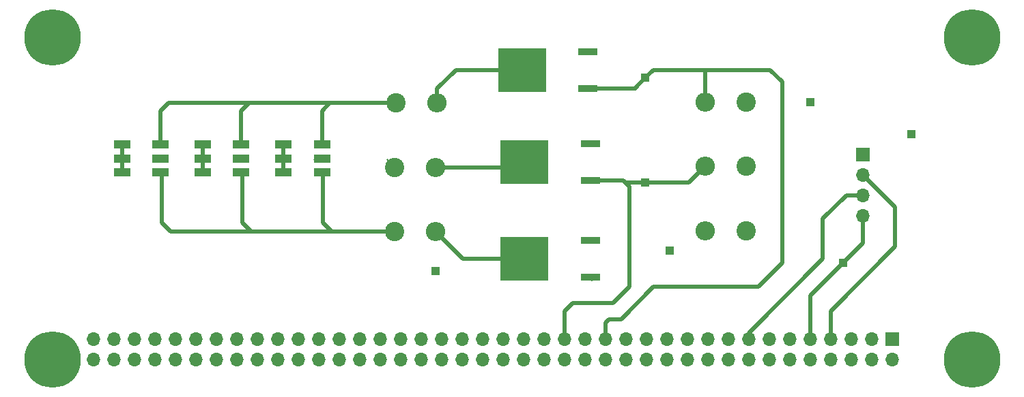
<source format=gbr>
%TF.GenerationSoftware,KiCad,Pcbnew,8.0.6*%
%TF.CreationDate,2024-11-20T23:28:48-08:00*%
%TF.ProjectId,411 Schematic,34313120-5363-4686-956d-617469632e6b,4*%
%TF.SameCoordinates,Original*%
%TF.FileFunction,Copper,L1,Top*%
%TF.FilePolarity,Positive*%
%FSLAX46Y46*%
G04 Gerber Fmt 4.6, Leading zero omitted, Abs format (unit mm)*
G04 Created by KiCad (PCBNEW 8.0.6) date 2024-11-20 23:28:48*
%MOMM*%
%LPD*%
G01*
G04 APERTURE LIST*
%TA.AperFunction,ComponentPad*%
%ADD10C,3.900000*%
%TD*%
%TA.AperFunction,ConnectorPad*%
%ADD11C,7.000000*%
%TD*%
%TA.AperFunction,SMDPad,CuDef*%
%ADD12R,1.000000X1.000000*%
%TD*%
%TA.AperFunction,SMDPad,CuDef*%
%ADD13R,2.489200X0.939800*%
%TD*%
%TA.AperFunction,SMDPad,CuDef*%
%ADD14R,5.918200X5.511800*%
%TD*%
%TA.AperFunction,SMDPad,CuDef*%
%ADD15R,2.000000X1.100000*%
%TD*%
%TA.AperFunction,ComponentPad*%
%ADD16C,2.400000*%
%TD*%
%TA.AperFunction,ComponentPad*%
%ADD17O,2.400000X2.400000*%
%TD*%
%TA.AperFunction,ComponentPad*%
%ADD18R,1.700000X1.700000*%
%TD*%
%TA.AperFunction,ComponentPad*%
%ADD19O,1.700000X1.700000*%
%TD*%
%TA.AperFunction,ViaPad*%
%ADD20C,0.600000*%
%TD*%
%TA.AperFunction,Conductor*%
%ADD21C,0.500000*%
%TD*%
%TA.AperFunction,Conductor*%
%ADD22C,0.200000*%
%TD*%
G04 APERTURE END LIST*
D10*
%TO.P,REF\u002A\u002A,1*%
%TO.N,N/C*%
X44000000Y-96000000D03*
D11*
X44000000Y-96000000D03*
%TD*%
D10*
%TO.P,REF\u002A\u002A,1*%
%TO.N,N/C*%
X44000000Y-56000000D03*
D11*
X44000000Y-56000000D03*
%TD*%
D12*
%TO.P,TP1,1,1*%
%TO.N,5V*%
X150500000Y-68000000D03*
%TD*%
%TO.P,TP4,1,1*%
%TO.N,Net-(40_Pin_Header1-GPIO13)*%
X117500000Y-74000000D03*
%TD*%
D13*
%TO.P,Q1,1,B*%
%TO.N,Net-(40_Pin_Header1-GPIO13)*%
X110678800Y-73786000D03*
%TO.P,Q1,2,C*%
%TO.N,5V*%
X110678800Y-69214000D03*
D14*
%TO.P,Q1,3,E*%
%TO.N,Net-(Q1-E)*%
X102500000Y-71500000D03*
%TD*%
D15*
%TO.P,D2,1,RK*%
%TO.N,GND*%
X62600000Y-69300000D03*
%TO.P,D2,2,GK*%
X62600000Y-71000000D03*
%TO.P,D2,3,BK*%
X62600000Y-72700000D03*
%TO.P,D2,4,BA*%
%TO.N,Q2*%
X67400000Y-72700000D03*
%TO.P,D2,5,GA*%
%TO.N,Q1*%
X67400000Y-71000000D03*
%TO.P,D2,6,RA*%
%TO.N,Q3*%
X67400000Y-69300000D03*
%TD*%
D16*
%TO.P,R1,1*%
%TO.N,Q3*%
X86612100Y-64116500D03*
D17*
%TO.P,R1,2*%
%TO.N,Net-(Q3-E)*%
X91692100Y-64116500D03*
%TD*%
D13*
%TO.P,Q2,1,B*%
%TO.N,Net-(40_Pin_Header1-GPIO11)*%
X110678800Y-85786000D03*
%TO.P,Q2,2,C*%
%TO.N,5V*%
X110678800Y-81214000D03*
D14*
%TO.P,Q2,3,E*%
%TO.N,Net-(Q2-E)*%
X102500000Y-83500000D03*
%TD*%
D16*
%TO.P,R5,1*%
%TO.N,Net-(40_Pin_Header1-3.3V)*%
X130000000Y-64000000D03*
D17*
%TO.P,R5,2*%
%TO.N,Net-(40_Pin_Header1-GPIO01)*%
X124920000Y-64000000D03*
%TD*%
D15*
%TO.P,D4,1,RK*%
%TO.N,GND*%
X52600000Y-69300000D03*
%TO.P,D4,2,GK*%
X52600000Y-71000000D03*
%TO.P,D4,3,BK*%
X52600000Y-72700000D03*
%TO.P,D4,4,BA*%
%TO.N,Q2*%
X57400000Y-72700000D03*
%TO.P,D4,5,GA*%
%TO.N,Q1*%
X57400000Y-71000000D03*
%TO.P,D4,6,RA*%
%TO.N,Q3*%
X57400000Y-69300000D03*
%TD*%
D12*
%TO.P,TP7,1,1*%
%TO.N,GND*%
X91500000Y-85000000D03*
%TD*%
D16*
%TO.P,R2,1*%
%TO.N,Q2*%
X86452100Y-80116500D03*
D17*
%TO.P,R2,2*%
%TO.N,Net-(Q2-E)*%
X91532100Y-80116500D03*
%TD*%
D16*
%TO.P,R4,1*%
%TO.N,Net-(40_Pin_Header1-3.3V)*%
X130000000Y-80000000D03*
D17*
%TO.P,R4,2*%
%TO.N,Net-(40_Pin_Header1-GPIO11)*%
X124920000Y-80000000D03*
%TD*%
D12*
%TO.P,TP8,1,1*%
%TO.N,Net-(U4-GND)*%
X142000000Y-84000000D03*
%TD*%
D16*
%TO.P,R3,1*%
%TO.N,Q1*%
X86452100Y-72116500D03*
D17*
%TO.P,R3,2*%
%TO.N,Net-(Q1-E)*%
X91532100Y-72116500D03*
%TD*%
D18*
%TO.P,U4,1,VCC*%
%TO.N,5V*%
X144500000Y-70500000D03*
D19*
%TO.P,U4,2,TRIG*%
%TO.N,/Trigger*%
X144500000Y-73040000D03*
%TO.P,U4,3,ECHO*%
%TO.N,/Echo*%
X144500000Y-75580000D03*
%TO.P,U4,4,GND*%
%TO.N,Net-(U4-GND)*%
X144500000Y-78120000D03*
%TD*%
D12*
%TO.P,TP5,1,1*%
%TO.N,Net-(40_Pin_Header1-GPIO11)*%
X120500000Y-82500000D03*
%TD*%
D13*
%TO.P,Q3,1,B*%
%TO.N,Net-(40_Pin_Header1-GPIO01)*%
X110413500Y-62286000D03*
%TO.P,Q3,2,C*%
%TO.N,5V*%
X110413500Y-57714000D03*
D14*
%TO.P,Q3,3,E*%
%TO.N,Net-(Q3-E)*%
X102234700Y-60000000D03*
%TD*%
D16*
%TO.P,R6,1*%
%TO.N,Net-(40_Pin_Header1-3.3V)*%
X130000000Y-72000000D03*
D17*
%TO.P,R6,2*%
%TO.N,Net-(40_Pin_Header1-GPIO13)*%
X124920000Y-72000000D03*
%TD*%
D18*
%TO.P,40_Pin_Header1,1,3.3V*%
%TO.N,Net-(40_Pin_Header1-3.3V)*%
X148160000Y-93500000D03*
D19*
%TO.P,40_Pin_Header1,2,5.0V*%
%TO.N,5V*%
X148160000Y-96040000D03*
%TO.P,40_Pin_Header1,3,I2C1_SDA*%
%TO.N,unconnected-(40_Pin_Header1-I2C1_SDA-Pad3)*%
X145620000Y-93500000D03*
%TO.P,40_Pin_Header1,4,5.0V*%
%TO.N,unconnected-(40_Pin_Header1-5.0V-Pad4)*%
X145620000Y-96040000D03*
%TO.P,40_Pin_Header1,5,I2C1_SCL*%
%TO.N,unconnected-(40_Pin_Header1-I2C1_SCL-Pad5)*%
X143080000Y-93500000D03*
%TO.P,40_Pin_Header1,6,GND*%
%TO.N,unconnected-(40_Pin_Header1-GND-Pad6)*%
X143080000Y-96040000D03*
%TO.P,40_Pin_Header1,7,GPIO09*%
%TO.N,/Trigger*%
X140540000Y-93500000D03*
%TO.P,40_Pin_Header1,8,UART1_TXD*%
%TO.N,unconnected-(40_Pin_Header1-UART1_TXD-Pad8)*%
X140540000Y-96040000D03*
%TO.P,40_Pin_Header1,9,GND*%
%TO.N,Net-(U4-GND)*%
X138000000Y-93500000D03*
%TO.P,40_Pin_Header1,10,UART1_RXD*%
%TO.N,unconnected-(40_Pin_Header1-UART1_RXD-Pad10)*%
X138000000Y-96040000D03*
%TO.P,40_Pin_Header1,11,UART1_RTS*%
%TO.N,unconnected-(40_Pin_Header1-UART1_RTS-Pad11)*%
X135460000Y-93500000D03*
%TO.P,40_Pin_Header1,12,I2S0_SCLK*%
%TO.N,unconnected-(40_Pin_Header1-I2S0_SCLK-Pad12)*%
X135460000Y-96040000D03*
%TO.P,40_Pin_Header1,13,SPI1_SCK*%
%TO.N,unconnected-(40_Pin_Header1-SPI1_SCK-Pad13)*%
X132920000Y-93500000D03*
%TO.P,40_Pin_Header1,14,GND*%
%TO.N,unconnected-(40_Pin_Header1-GND-Pad14)*%
X132920000Y-96040000D03*
%TO.P,40_Pin_Header1,15,GPIO12*%
%TO.N,/Echo*%
X130380000Y-93500000D03*
%TO.P,40_Pin_Header1,16,SPI1_CSI1*%
%TO.N,unconnected-(40_Pin_Header1-SPI1_CSI1-Pad16)*%
X130380000Y-96040000D03*
%TO.P,40_Pin_Header1,17,3.3V*%
%TO.N,unconnected-(40_Pin_Header1-3.3V-Pad17)*%
X127840000Y-93500000D03*
%TO.P,40_Pin_Header1,18,SPI1_CSI0*%
%TO.N,unconnected-(40_Pin_Header1-SPI1_CSI0-Pad18)*%
X127840000Y-96040000D03*
%TO.P,40_Pin_Header1,19,SPI0_MOSI*%
%TO.N,unconnected-(40_Pin_Header1-SPI0_MOSI-Pad19)*%
X125300000Y-93500000D03*
%TO.P,40_Pin_Header1,20,GND*%
%TO.N,unconnected-(40_Pin_Header1-GND-Pad20)*%
X125300000Y-96040000D03*
%TO.P,40_Pin_Header1,21,SPI0_MISO*%
%TO.N,unconnected-(40_Pin_Header1-SPI0_MISO-Pad21)*%
X122760000Y-93500000D03*
%TO.P,40_Pin_Header1,22,SPI1_MISO*%
%TO.N,unconnected-(40_Pin_Header1-SPI1_MISO-Pad22)*%
X122760000Y-96040000D03*
%TO.P,40_Pin_Header1,23,SPI0_SCK*%
%TO.N,unconnected-(40_Pin_Header1-SPI0_SCK-Pad23)*%
X120220000Y-93500000D03*
%TO.P,40_Pin_Header1,24,SPI0_CS0*%
%TO.N,unconnected-(40_Pin_Header1-SPI0_CS0-Pad24)*%
X120220000Y-96040000D03*
%TO.P,40_Pin_Header1,25,GND*%
%TO.N,unconnected-(40_Pin_Header1-GND-Pad25)*%
X117680000Y-93500000D03*
%TO.P,40_Pin_Header1,26,SPI0_CS1*%
%TO.N,unconnected-(40_Pin_Header1-SPI0_CS1-Pad26)*%
X117680000Y-96040000D03*
%TO.P,40_Pin_Header1,27,I2C0_SDA*%
%TO.N,unconnected-(40_Pin_Header1-I2C0_SDA-Pad27)*%
X115140000Y-93500000D03*
%TO.P,40_Pin_Header1,28,I2C0_SCL*%
%TO.N,unconnected-(40_Pin_Header1-I2C0_SCL-Pad28)*%
X115140000Y-96040000D03*
%TO.P,40_Pin_Header1,29,GPIO01*%
%TO.N,Net-(40_Pin_Header1-GPIO01)*%
X112600000Y-93500000D03*
%TO.P,40_Pin_Header1,30,GND*%
%TO.N,unconnected-(40_Pin_Header1-GND-Pad30)*%
X112600000Y-96040000D03*
%TO.P,40_Pin_Header1,31,GPIO11*%
%TO.N,Net-(40_Pin_Header1-GPIO11)*%
X110060000Y-93500000D03*
%TO.P,40_Pin_Header1,32,GPIO07*%
%TO.N,unconnected-(40_Pin_Header1-GPIO07-Pad32)*%
X110060000Y-96040000D03*
%TO.P,40_Pin_Header1,33,GPIO13*%
%TO.N,Net-(40_Pin_Header1-GPIO13)*%
X107520000Y-93500000D03*
%TO.P,40_Pin_Header1,34,GND*%
%TO.N,unconnected-(40_Pin_Header1-GND-Pad34)*%
X107520000Y-96040000D03*
%TO.P,40_Pin_Header1,35,I2S0_FS*%
%TO.N,unconnected-(40_Pin_Header1-I2S0_FS-Pad35)*%
X104980000Y-93500000D03*
%TO.P,40_Pin_Header1,36,UART1_CTS*%
%TO.N,unconnected-(40_Pin_Header1-UART1_CTS-Pad36)*%
X104980000Y-96040000D03*
%TO.P,40_Pin_Header1,37,SPI1_MOSI*%
%TO.N,unconnected-(40_Pin_Header1-SPI1_MOSI-Pad37)*%
X102440000Y-93500000D03*
%TO.P,40_Pin_Header1,38,I2S0_DIN*%
%TO.N,unconnected-(40_Pin_Header1-I2S0_DIN-Pad38)*%
X102440000Y-96040000D03*
%TO.P,40_Pin_Header1,39,GND*%
%TO.N,GND*%
X99900000Y-93500000D03*
%TO.P,40_Pin_Header1,40,I2S0_DOUT*%
%TO.N,unconnected-(40_Pin_Header1-I2S0_DOUT-Pad40)*%
X99900000Y-96040000D03*
%TO.P,40_Pin_Header1,41*%
%TO.N,N/C*%
X97360000Y-93500000D03*
%TO.P,40_Pin_Header1,42*%
X97360000Y-96040000D03*
%TO.P,40_Pin_Header1,43*%
X94820000Y-93500000D03*
%TO.P,40_Pin_Header1,44*%
X94820000Y-96040000D03*
%TO.P,40_Pin_Header1,45*%
X92280000Y-93500000D03*
%TO.P,40_Pin_Header1,46*%
X92280000Y-96040000D03*
%TO.P,40_Pin_Header1,47*%
X89740000Y-93500000D03*
%TO.P,40_Pin_Header1,48*%
X89740000Y-96040000D03*
%TO.P,40_Pin_Header1,49*%
X87200000Y-93500000D03*
%TO.P,40_Pin_Header1,50*%
X87200000Y-96040000D03*
%TO.P,40_Pin_Header1,51*%
X84660000Y-93500000D03*
%TO.P,40_Pin_Header1,52*%
X84660000Y-96040000D03*
%TO.P,40_Pin_Header1,53*%
X82120000Y-93500000D03*
%TO.P,40_Pin_Header1,54*%
X82120000Y-96040000D03*
%TO.P,40_Pin_Header1,55*%
X79580000Y-93500000D03*
%TO.P,40_Pin_Header1,56*%
X79580000Y-96040000D03*
%TO.P,40_Pin_Header1,57*%
X77040000Y-93500000D03*
%TO.P,40_Pin_Header1,58*%
X77040000Y-96040000D03*
%TO.P,40_Pin_Header1,59*%
X74500000Y-93500000D03*
%TO.P,40_Pin_Header1,60*%
X74500000Y-96040000D03*
%TO.P,40_Pin_Header1,61*%
X71960000Y-93500000D03*
%TO.P,40_Pin_Header1,62*%
X71960000Y-96040000D03*
%TO.P,40_Pin_Header1,63*%
X69420000Y-93500000D03*
%TO.P,40_Pin_Header1,64*%
X69420000Y-96040000D03*
%TO.P,40_Pin_Header1,65*%
X66880000Y-93500000D03*
%TO.P,40_Pin_Header1,66*%
X66880000Y-96040000D03*
%TO.P,40_Pin_Header1,67*%
X64340000Y-93500000D03*
%TO.P,40_Pin_Header1,68*%
X64340000Y-96040000D03*
%TO.P,40_Pin_Header1,69*%
X61800000Y-93500000D03*
%TO.P,40_Pin_Header1,70*%
X61800000Y-96040000D03*
%TO.P,40_Pin_Header1,71*%
X59260000Y-93500000D03*
%TO.P,40_Pin_Header1,72*%
X59260000Y-96040000D03*
%TO.P,40_Pin_Header1,73*%
X56720000Y-93500000D03*
%TO.P,40_Pin_Header1,74*%
X56720000Y-96040000D03*
%TO.P,40_Pin_Header1,75*%
X54180000Y-93500000D03*
%TO.P,40_Pin_Header1,76*%
X54180000Y-96040000D03*
%TO.P,40_Pin_Header1,77*%
X51640000Y-93500000D03*
%TO.P,40_Pin_Header1,78*%
X51640000Y-96040000D03*
%TO.P,40_Pin_Header1,79*%
X49100000Y-93500000D03*
%TO.P,40_Pin_Header1,80*%
X49100000Y-96040000D03*
%TD*%
D12*
%TO.P,TP6,1,1*%
%TO.N,Net-(40_Pin_Header1-GPIO01)*%
X117500000Y-61000000D03*
%TD*%
D15*
%TO.P,D1,1,RK*%
%TO.N,GND*%
X72600000Y-69300000D03*
%TO.P,D1,2,GK*%
X72600000Y-71000000D03*
%TO.P,D1,3,BK*%
X72600000Y-72700000D03*
%TO.P,D1,4,BA*%
%TO.N,Q2*%
X77400000Y-72700000D03*
%TO.P,D1,5,GA*%
%TO.N,Q1*%
X77400000Y-71000000D03*
%TO.P,D1,6,RA*%
%TO.N,Q3*%
X77400000Y-69300000D03*
%TD*%
D12*
%TO.P,TP2,1,1*%
%TO.N,Net-(40_Pin_Header1-3.3V)*%
X138000000Y-64000000D03*
%TD*%
D11*
%TO.P,REF\u002A\u002A,1*%
%TO.N,N/C*%
X158000000Y-56000000D03*
D10*
X158000000Y-56000000D03*
%TD*%
%TO.P,REF\u002A\u002A,1*%
%TO.N,N/C*%
X158000000Y-96000000D03*
D11*
X158000000Y-96000000D03*
%TD*%
D20*
%TO.N,GND*%
X72600000Y-72700000D03*
X91500000Y-85000000D03*
X52600000Y-72700000D03*
X62600000Y-72700000D03*
%TO.N,Q1*%
X77400000Y-71000000D03*
X67400000Y-71000000D03*
X57400000Y-71000000D03*
%TO.N,5V*%
X110678800Y-69214000D03*
X110413500Y-57714000D03*
X150500000Y-68000000D03*
X110678800Y-81214000D03*
%TO.N,Net-(40_Pin_Header1-3.3V)*%
X138000000Y-64000000D03*
%TO.N,Net-(40_Pin_Header1-GPIO11)*%
X120500000Y-82500000D03*
X110678800Y-85786000D03*
%TD*%
D21*
%TO.N,Net-(40_Pin_Header1-GPIO01)*%
X112540000Y-91460000D02*
X112540000Y-93460000D01*
X113000000Y-91000000D02*
X112540000Y-91460000D01*
X131500000Y-87000000D02*
X118500000Y-87000000D01*
X114500000Y-91000000D02*
X113000000Y-91000000D01*
X134500000Y-84000000D02*
X131500000Y-87000000D01*
X134500000Y-61500000D02*
X134500000Y-84000000D01*
X133000000Y-60000000D02*
X134500000Y-61500000D01*
X118500000Y-87000000D02*
X114500000Y-91000000D01*
X125000000Y-60000000D02*
X133000000Y-60000000D01*
%TO.N,GND*%
X52600000Y-71000000D02*
X52600000Y-72700000D01*
X72600000Y-69300000D02*
X72600000Y-71000000D01*
X62600000Y-69300000D02*
X62600000Y-71000000D01*
X72600000Y-71000000D02*
X72600000Y-72700000D01*
X62600000Y-71000000D02*
X62600000Y-72700000D01*
X52600000Y-69300000D02*
X52600000Y-71000000D01*
%TO.N,Q3*%
X67400000Y-65100000D02*
X67400000Y-69300000D01*
X86612100Y-64116500D02*
X78383500Y-64116500D01*
X78383500Y-64116500D02*
X68383500Y-64116500D01*
X68383500Y-64116500D02*
X58383500Y-64116500D01*
X57400000Y-65100000D02*
X57400000Y-69300000D01*
X78383500Y-64116500D02*
X77400000Y-65100000D01*
X58383500Y-64116500D02*
X57400000Y-65100000D01*
X77400000Y-65100000D02*
X77400000Y-69300000D01*
X68383500Y-64116500D02*
X67400000Y-65100000D01*
%TO.N,Q2*%
X77500000Y-79000000D02*
X77500000Y-73000000D01*
X86452100Y-80116500D02*
X78616500Y-80116500D01*
X58616500Y-80116500D02*
X57500000Y-79000000D01*
X78616500Y-80116500D02*
X68616500Y-80116500D01*
X57500000Y-79000000D02*
X57500000Y-73000000D01*
X68616500Y-80116500D02*
X67500000Y-79000000D01*
X68616500Y-80116500D02*
X58616500Y-80116500D01*
X78616500Y-80116500D02*
X77500000Y-79000000D01*
X67500000Y-79000000D02*
X67500000Y-73000000D01*
D22*
%TO.N,Q1*%
X76642100Y-71116500D02*
X77092100Y-71116500D01*
X86452100Y-72116500D02*
X85452100Y-71116500D01*
X77092100Y-71116500D02*
X76383500Y-71116500D01*
D21*
%TO.N,Net-(Q1-E)*%
X101883500Y-72116500D02*
X102500000Y-71500000D01*
X91532100Y-72116500D02*
X101883500Y-72116500D01*
%TO.N,Net-(Q2-E)*%
X91532100Y-80116500D02*
X94915600Y-83500000D01*
X94915600Y-83500000D02*
X102500000Y-83500000D01*
%TO.N,Net-(Q3-E)*%
X91692100Y-64116500D02*
X91692100Y-62307900D01*
X91692100Y-62307900D02*
X94000000Y-60000000D01*
X94000000Y-60000000D02*
X102234700Y-60000000D01*
%TO.N,Net-(U4-GND)*%
X137940000Y-88060000D02*
X137940000Y-93460000D01*
X144500000Y-81500000D02*
X142000000Y-84000000D01*
X142000000Y-84000000D02*
X137940000Y-88060000D01*
X144500000Y-78120000D02*
X144500000Y-81500000D01*
%TO.N,Net-(40_Pin_Header1-GPIO13)*%
X110678800Y-73786000D02*
X114500000Y-73786000D01*
X115500000Y-74500000D02*
X115500000Y-87000000D01*
X114786000Y-73786000D02*
X115000000Y-74000000D01*
X108500000Y-89000000D02*
X107500000Y-90000000D01*
X113500000Y-89000000D02*
X108500000Y-89000000D01*
X114786000Y-73786000D02*
X115500000Y-74500000D01*
X124920000Y-72000000D02*
X122920000Y-74000000D01*
X107460000Y-91040000D02*
X107460000Y-93460000D01*
X122920000Y-74000000D02*
X117500000Y-74000000D01*
X114500000Y-73786000D02*
X114786000Y-73786000D01*
X115500000Y-87000000D02*
X113500000Y-89000000D01*
X115000000Y-74000000D02*
X117500000Y-74000000D01*
X107500000Y-91000000D02*
X107460000Y-91040000D01*
X107500000Y-90000000D02*
X107500000Y-91000000D01*
%TO.N,/Trigger*%
X148500000Y-77040000D02*
X148500000Y-82000000D01*
X140540000Y-90080000D02*
X140540000Y-93500000D01*
X144500000Y-73040000D02*
X148500000Y-77040000D01*
X140480000Y-90020000D02*
X140540000Y-90080000D01*
X148500000Y-82000000D02*
X140480000Y-90020000D01*
%TO.N,Net-(40_Pin_Header1-GPIO11)*%
X110892800Y-86000000D02*
X110678800Y-85786000D01*
%TO.N,Net-(40_Pin_Header1-GPIO01)*%
X118500000Y-60000000D02*
X117500000Y-61000000D01*
X110413500Y-62286000D02*
X116000000Y-62286000D01*
X124920000Y-64000000D02*
X124920000Y-60080000D01*
X125000000Y-60000000D02*
X118500000Y-60000000D01*
X117500000Y-61000000D02*
X116214000Y-62286000D01*
X116000000Y-62286000D02*
X116286000Y-62286000D01*
X116214000Y-62286000D02*
X116000000Y-62286000D01*
X124920000Y-60080000D02*
X125000000Y-60000000D01*
%TO.N,/Echo*%
X139500000Y-83500000D02*
X130320000Y-92680000D01*
X139500000Y-78500000D02*
X139500000Y-83500000D01*
X130320000Y-92680000D02*
X130320000Y-93460000D01*
X144500000Y-75580000D02*
X142420000Y-75580000D01*
X142420000Y-75580000D02*
X139500000Y-78500000D01*
%TD*%
M02*

</source>
